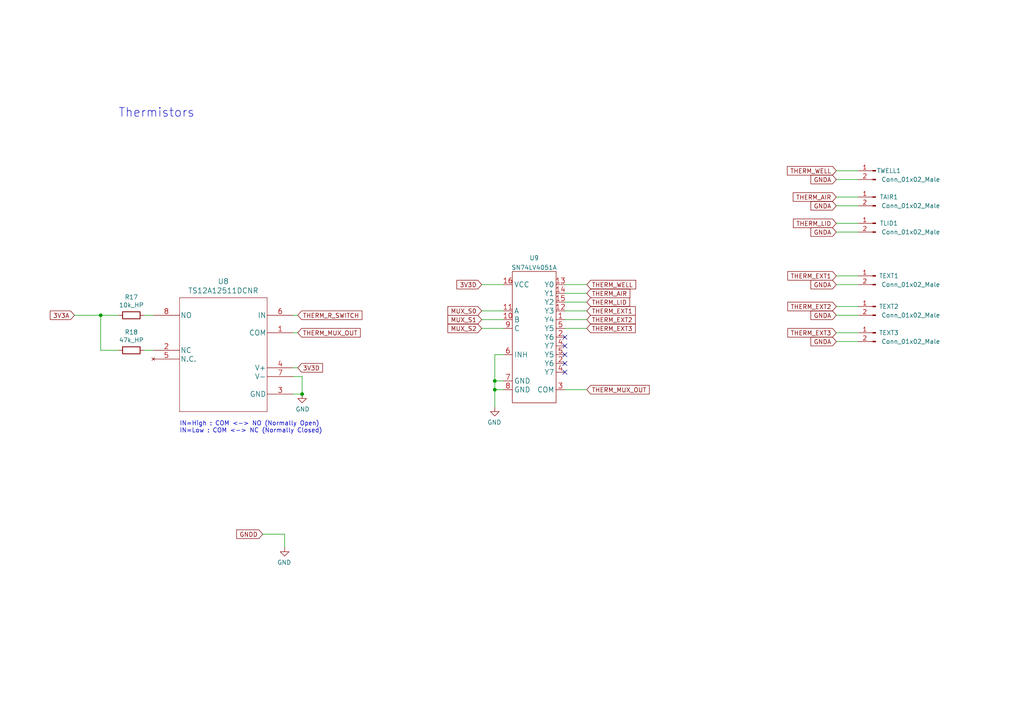
<source format=kicad_sch>
(kicad_sch (version 20211123) (generator eeschema)
  (paper "A4")
  (lib_symbols
    (symbol "Connector:Conn_01x02_Male" (pin_names (offset 1.016) hide)
      (property "Reference" "J" (at 0 2.54 0))
      (property "Value" "Conn_01x02_Male" (at 0 -5.08 0))
      (symbol "Conn_01x02_Male_1_1"
        (polyline (pts (xy 1.27 -2.54) (xy 0.8636 -2.54)) (stroke (width 0.1524)))
        (polyline (pts (xy 1.27 0) (xy 0.8636 0)) (stroke (width 0.1524)))
        (rectangle (start 0.8636 -2.413) (end 0 -2.667) (stroke (width 0.1524)) (fill (type outline)))
        (rectangle (start 0.8636 0.127) (end 0 -0.127) (stroke (width 0.1524)) (fill (type outline)))
        (pin passive line (at 5.08 0 180) (length 3.81) (name "Pin_1") (number "1"))
        (pin passive line (at 5.08 -2.54 180) (length 3.81) (name "Pin_2") (number "2"))
      )
    )
    (symbol "Device:R" (pin_numbers hide) (pin_names (offset 0))
      (property "Reference" "R" (at 2.032 0 90))
      (property "Value" "R" (at 0 0 90))
      (symbol "R_0_1"
        (rectangle (start -1.016 -2.54) (end 1.016 2.54) (stroke (width 0.254)))
      )
      (symbol "R_1_1"
        (pin passive line (at 0 3.81 270) (length 1.27) (name "~") (number "1"))
        (pin passive line (at 0 -3.81 90) (length 1.27) (name "~") (number "2"))
      )
    )
    (symbol "Ninja-qPCR:SN74LV4051A"
      (property "Reference" "U" (at -6.35 5.08 0))
      (property "Value" "SN74LV4051A" (at -6.35 -35.56 0))
      (symbol "SN74LV4051A_0_1"
        (rectangle (start -12.7 3.81) (end 0 -34.29) (stroke (width 0.1524)))
      )
      (symbol "SN74LV4051A_1_1"
        (pin power_in line (at -15.24 -10.16 0) (length 2.54) (name "Y4") (number "1"))
        (pin power_in line (at 2.54 -10.16 180) (length 2.54) (name "B") (number "10"))
        (pin power_in line (at 2.54 -7.62 180) (length 2.54) (name "A") (number "11"))
        (pin power_in line (at -15.24 -7.62 0) (length 2.54) (name "Y3") (number "12"))
        (pin power_in line (at -15.24 0 0) (length 2.54) (name "Y0") (number "13"))
        (pin power_in line (at -15.24 -2.54 0) (length 2.54) (name "Y1") (number "14"))
        (pin power_in line (at -15.24 -5.08 0) (length 2.54) (name "Y2") (number "15"))
        (pin power_in line (at 2.54 0 180) (length 2.54) (name "VCC") (number "16"))
        (pin power_in line (at -15.24 -22.86 0) (length 2.54) (name "Y6") (number "2"))
        (pin power_in line (at -15.24 -15.24 0) (length 2.54) (name "Y6") (number "2"))
        (pin power_in line (at -15.24 -30.48 0) (length 2.54) (name "COM") (number "3"))
        (pin power_in line (at -15.24 -25.4 0) (length 2.54) (name "Y7") (number "4"))
        (pin power_in line (at -15.24 -17.78 0) (length 2.54) (name "Y7") (number "4"))
        (pin power_in line (at -15.24 -20.32 0) (length 2.54) (name "Y5") (number "5"))
        (pin power_in line (at -15.24 -12.7 0) (length 2.54) (name "Y5") (number "5"))
        (pin power_in line (at 2.54 -20.32 180) (length 2.54) (name "INH") (number "6"))
        (pin power_in line (at 2.54 -27.94 180) (length 2.54) (name "GND") (number "7"))
        (pin power_in line (at 2.54 -30.48 180) (length 2.54) (name "GND") (number "8"))
        (pin power_in line (at 2.54 -12.7 180) (length 2.54) (name "C") (number "9"))
      )
    )
    (symbol "Ninja-qPCR:TS12A12511DCNR" (pin_names (offset 0.254))
      (property "Reference" "U" (at 20.32 10.16 0))
      (property "Value" "Ninja-qPCR_TS12A12511DCNR" (at 20.32 7.62 0))
      (symbol "TS12A12511DCNR_1_1"
        (polyline (pts (xy 7.62 -27.94) (xy 33.02 -27.94)) (stroke (width 0.127)))
        (polyline (pts (xy 7.62 5.08) (xy 7.62 -27.94)) (stroke (width 0.127)))
        (polyline (pts (xy 33.02 -27.94) (xy 33.02 5.08)) (stroke (width 0.127)))
        (polyline (pts (xy 33.02 5.08) (xy 7.62 5.08)) (stroke (width 0.127)))
        (pin bidirectional line (at 0 -5.08 0) (length 7.62) (name "COM") (number "1"))
        (pin output line (at 40.64 -10.16 180) (length 7.62) (name "NC") (number "2"))
        (pin power_in line (at 0 -22.86 0) (length 7.62) (name "GND") (number "3"))
        (pin power_in line (at 0 -15.24 0) (length 7.62) (name "V+") (number "4"))
        (pin no_connect line (at 40.64 -12.7 180) (length 7.62) (name "N.C.") (number "5"))
        (pin input line (at 0 0 0) (length 7.62) (name "IN") (number "6"))
        (pin power_in line (at 0 -17.78 0) (length 7.62) (name "V-") (number "7"))
        (pin output line (at 40.64 0 180) (length 7.62) (name "NO") (number "8"))
      )
    )
    (symbol "power:GND" (power) (pin_names (offset 0))
      (property "Value" "GND" (at 0 -3.81 0))
      (symbol "GND_0_1"
        (polyline (pts (xy 0 0) (xy 0 -1.27) (xy 1.27 -1.27) (xy 0 -2.54) (xy -1.27 -1.27) (xy 0 -1.27)))
      )
      (symbol "GND_1_1"
        (pin power_in line (at 0 0 270) (length 0) hide (name "GND") (number "1"))
      )
    )
  )
  (junction (at 29.21 91.44))
  (junction (at 143.51 113.03))
  (junction (at 87.63 114.3))
  (junction (at 143.51 110.49))
  (no_connect (at 163.83 97.79))
  (no_connect (at 163.83 100.33))
  (no_connect (at 163.83 102.87))
  (no_connect (at 163.83 105.41))
  (no_connect (at 163.83 107.95))
  (wire (pts (xy 34.29 101.6) (xy 29.21 101.6)))
  (wire (pts (xy 242.57 49.53) (xy 248.92 49.53)))
  (wire (pts (xy 248.92 82.55) (xy 242.57 82.55)))
  (wire (pts (xy 143.51 113.03) (xy 143.51 118.11)))
  (wire (pts (xy 242.57 64.77) (xy 248.92 64.77)))
  (wire (pts (xy 242.57 96.52) (xy 248.92 96.52)))
  (wire (pts (xy 248.92 67.31) (xy 242.57 67.31)))
  (wire (pts (xy 163.83 85.09) (xy 170.18 85.09)))
  (wire (pts (xy 242.57 80.01) (xy 248.92 80.01)))
  (wire (pts (xy 143.51 102.87) (xy 143.51 110.49)))
  (wire (pts (xy 242.57 88.9) (xy 248.92 88.9)))
  (wire (pts (xy 146.05 92.71) (xy 139.7 92.71)))
  (wire (pts (xy 242.57 91.44) (xy 248.92 91.44)))
  (wire (pts (xy 21.59 91.44) (xy 29.21 91.44)))
  (wire (pts (xy 163.83 82.55) (xy 170.18 82.55)))
  (wire (pts (xy 76.2 154.94) (xy 82.55 154.94)))
  (wire (pts (xy 143.51 113.03) (xy 146.05 113.03)))
  (wire (pts (xy 87.63 109.22) (xy 87.63 114.3)))
  (wire (pts (xy 85.09 96.52) (xy 86.36 96.52)))
  (wire (pts (xy 163.83 90.17) (xy 170.18 90.17)))
  (wire (pts (xy 87.63 114.3) (xy 85.09 114.3)))
  (wire (pts (xy 139.7 82.55) (xy 146.05 82.55)))
  (wire (pts (xy 85.09 109.22) (xy 87.63 109.22)))
  (wire (pts (xy 44.45 91.44) (xy 41.91 91.44)))
  (wire (pts (xy 146.05 95.25) (xy 139.7 95.25)))
  (wire (pts (xy 143.51 110.49) (xy 146.05 110.49)))
  (wire (pts (xy 146.05 90.17) (xy 139.7 90.17)))
  (wire (pts (xy 242.57 52.07) (xy 248.92 52.07)))
  (wire (pts (xy 163.83 92.71) (xy 170.18 92.71)))
  (wire (pts (xy 163.83 95.25) (xy 170.18 95.25)))
  (wire (pts (xy 29.21 91.44) (xy 34.29 91.44)))
  (wire (pts (xy 248.92 59.69) (xy 242.57 59.69)))
  (wire (pts (xy 242.57 99.06) (xy 248.92 99.06)))
  (wire (pts (xy 82.55 154.94) (xy 82.55 158.75)))
  (wire (pts (xy 143.51 110.49) (xy 143.51 113.03)))
  (wire (pts (xy 86.36 91.44) (xy 85.09 91.44)))
  (wire (pts (xy 163.83 87.63) (xy 170.18 87.63)))
  (wire (pts (xy 248.92 57.15) (xy 242.57 57.15)))
  (wire (pts (xy 41.91 101.6) (xy 44.45 101.6)))
  (wire (pts (xy 85.09 106.68) (xy 86.36 106.68)))
  (wire (pts (xy 163.83 113.03) (xy 170.18 113.03)))
  (wire (pts (xy 146.05 102.87) (xy 143.51 102.87)))
  (wire (pts (xy 29.21 101.6) (xy 29.21 91.44)))
  (text "IN=High : COM <-> NO (Normally Open)\nIN=Low : COM <-> NC (Normally Closed)" (at 52.07 125.73 0) (effects (font (size 1.27 1.27)) (justify left bottom)))
  (text "Thermistors" (at 34.29 34.29 0) (effects (font (size 2.54 2.54)) (justify left bottom)))
  (global_label "THERM_EXT2" (shape input) (at 242.57 88.9 180) (property "Intersheet References" "${INTERSHEET_REFS}" (effects hide)))
  (global_label "GNDA" (shape input) (at 242.57 59.69 180) (property "Intersheet References" "${INTERSHEET_REFS}" (effects hide)))
  (global_label "THERM_LID" (shape input) (at 170.18 87.63 0) (property "Intersheet References" "${INTERSHEET_REFS}" (effects hide)))
  (global_label "3V3D" (shape input) (at 139.7 82.55 180) (property "Intersheet References" "${INTERSHEET_REFS}" (effects hide)))
  (global_label "THERM_EXT1" (shape input) (at 242.57 80.01 180) (property "Intersheet References" "${INTERSHEET_REFS}" (effects hide)))
  (global_label "THERM_EXT1" (shape input) (at 170.18 90.17 0) (property "Intersheet References" "${INTERSHEET_REFS}" (effects hide)))
  (global_label "MUX_S1" (shape input) (at 139.7 92.71 180) (property "Intersheet References" "${INTERSHEET_REFS}" (effects hide)))
  (global_label "GNDA" (shape input) (at 242.57 82.55 180) (property "Intersheet References" "${INTERSHEET_REFS}" (effects hide)))
  (global_label "3V3D" (shape input) (at 86.36 106.68 0) (property "Intersheet References" "${INTERSHEET_REFS}" (effects hide)))
  (global_label "THERM_WELL" (shape input) (at 170.18 82.55 0) (property "Intersheet References" "${INTERSHEET_REFS}" (effects hide)))
  (global_label "THERM_MUX_OUT" (shape input) (at 86.36 96.52 0) (property "Intersheet References" "${INTERSHEET_REFS}" (effects hide)))
  (global_label "MUX_S2" (shape input) (at 139.7 95.25 180) (property "Intersheet References" "${INTERSHEET_REFS}" (effects hide)))
  (global_label "THERM_EXT3" (shape input) (at 170.18 95.25 0) (property "Intersheet References" "${INTERSHEET_REFS}" (effects hide)))
  (global_label "THERM_AIR" (shape input) (at 170.18 85.09 0) (property "Intersheet References" "${INTERSHEET_REFS}" (effects hide)))
  (global_label "GNDA" (shape input) (at 242.57 99.06 180) (property "Intersheet References" "${INTERSHEET_REFS}" (effects hide)))
  (global_label "THERM_EXT2" (shape input) (at 170.18 92.71 0) (property "Intersheet References" "${INTERSHEET_REFS}" (effects hide)))
  (global_label "THERM_MUX_OUT" (shape input) (at 170.18 113.03 0) (property "Intersheet References" "${INTERSHEET_REFS}" (effects hide)))
  (global_label "THERM_AIR" (shape input) (at 242.57 57.15 180) (property "Intersheet References" "${INTERSHEET_REFS}" (effects hide)))
  (global_label "THERM_LID" (shape input) (at 242.57 64.77 180) (property "Intersheet References" "${INTERSHEET_REFS}" (effects hide)))
  (global_label "GNDA" (shape input) (at 242.57 91.44 180) (property "Intersheet References" "${INTERSHEET_REFS}" (effects hide)))
  (global_label "THERM_EXT3" (shape input) (at 242.57 96.52 180) (property "Intersheet References" "${INTERSHEET_REFS}" (effects hide)))
  (global_label "3V3A" (shape input) (at 21.59 91.44 180) (property "Intersheet References" "${INTERSHEET_REFS}" (effects hide)))
  (global_label "GNDA" (shape input) (at 242.57 52.07 180) (property "Intersheet References" "${INTERSHEET_REFS}" (effects hide)))
  (global_label "GNDA" (shape input) (at 242.57 67.31 180) (property "Intersheet References" "${INTERSHEET_REFS}" (effects hide)))
  (global_label "THERM_WELL" (shape input) (at 242.57 49.53 180) (property "Intersheet References" "${INTERSHEET_REFS}" (effects hide)))
  (global_label "GNDD" (shape input) (at 76.2 154.94 180) (property "Intersheet References" "${INTERSHEET_REFS}" (effects hide)))
  (global_label "THERM_R_SWITCH" (shape input) (at 86.36 91.44 0) (property "Intersheet References" "${INTERSHEET_REFS}" (effects hide)))
  (global_label "MUX_S0" (shape input) (at 139.7 90.17 180) (property "Intersheet References" "${INTERSHEET_REFS}" (effects hide)))
  (symbol (lib_id "power:GND") (at 82.55 158.75 0) (mirror y) (unit 1)
    (property "Reference" "#PWR011" (effects hide))
    (property "Value" "GND" (at 82.423 163.1442 0))
  )
  (symbol (lib_id "Ninja-qPCR:TS12A12511DCNR") (at 85.09 91.44 0) (mirror y) (unit 1)
    (property "Reference" "U8" (at 64.77 81.6102 0) (effects (font (size 1.524 1.524))))
    (property "Value" "TS12A12511DCNR" (at 64.77 84.3026 0) (effects (font (size 1.524 1.524))))
    (property "Footprint" "Package_TO_SOT_SMD:SOT-23-8" (effects hide))
  )
  (symbol (lib_id "power:GND") (at 87.63 114.3 0) (unit 1)
    (property "Reference" "#PWR09" (effects hide))
    (property "Value" "GND" (at 87.757 118.6942 0))
  )
  (symbol (lib_id "Device:R") (at 38.1 101.6 90) (mirror x) (unit 1)
    (property "Reference" "R18" (at 38.1 96.3422 90))
    (property "Value" "47k_HP" (at 38.1 98.6536 90))
    (property "Footprint" "Resistor_SMD:R_0603_1608Metric" (effects hide))
  )
  (symbol (lib_id "Device:R") (at 38.1 91.44 90) (mirror x) (unit 1)
    (property "Reference" "R17" (at 38.1 86.1822 90))
    (property "Value" "10k_HP" (at 38.1 88.4936 90))
    (property "Footprint" "Resistor_SMD:R_0603_1608Metric" (effects hide))
  )
  (symbol (lib_id "Connector:Conn_01x02_Male") (at 254 80.01 0) (mirror y) (unit 1)
    (property "Reference" "TEXT1" (at 257.81 80.01 0))
    (property "Value" "Conn_01x02_Male" (at 264.16 82.55 0))
    (property "Footprint" "Connector_PinHeader_2.54mm:PinHeader_1x02_P2.54mm_Vertical" (effects hide))
  )
  (symbol (lib_id "Connector:Conn_01x02_Male") (at 254 64.77 0) (mirror y) (unit 1)
    (property "Reference" "TLID1" (at 257.81 64.77 0))
    (property "Value" "Conn_01x02_Male" (at 264.16 67.31 0))
    (property "Footprint" "Connector_PinHeader_2.54mm:PinHeader_1x02_P2.54mm_Vertical" (effects hide))
  )
  (symbol (lib_id "Connector:Conn_01x02_Male") (at 254 88.9 0) (mirror y) (unit 1)
    (property "Reference" "TEXT2" (at 257.81 88.9 0))
    (property "Value" "Conn_01x02_Male" (at 264.16 91.44 0))
    (property "Footprint" "Connector_PinHeader_2.54mm:PinHeader_1x02_P2.54mm_Vertical" (effects hide))
  )
  (symbol (lib_id "Connector:Conn_01x02_Male") (at 254 57.15 0) (mirror y) (unit 1)
    (property "Reference" "TAIR1" (at 257.81 57.15 0))
    (property "Value" "Conn_01x02_Male" (at 264.16 59.69 0))
    (property "Footprint" "Connector_PinHeader_2.54mm:PinHeader_1x02_P2.54mm_Vertical" (effects hide))
  )
  (symbol (lib_id "Connector:Conn_01x02_Male") (at 254 49.53 0) (mirror y) (unit 1)
    (property "Reference" "TWELL1" (at 257.81 49.53 0))
    (property "Value" "Conn_01x02_Male" (at 264.16 52.07 0))
    (property "Footprint" "Connector_PinHeader_2.54mm:PinHeader_1x02_P2.54mm_Vertical" (effects hide))
  )
  (symbol (lib_id "Connector:Conn_01x02_Male") (at 254 96.52 0) (mirror y) (unit 1)
    (property "Reference" "TEXT3" (at 257.81 96.52 0))
    (property "Value" "Conn_01x02_Male" (at 264.16 99.06 0))
    (property "Footprint" "Connector_PinHeader_2.54mm:PinHeader_1x02_P2.54mm_Vertical" (effects hide))
  )
  (symbol (lib_id "power:GND") (at 143.51 118.11 0) (mirror y) (unit 1)
    (property "Reference" "#PWR0117" (effects hide))
    (property "Value" "GND" (at 143.383 122.5042 0))
  )
  (symbol (lib_id "Ninja-qPCR:SN74LV4051A") (at 148.59 82.55 0) (mirror y) (unit 1)
    (property "Reference" "U9" (at 154.94 74.8243 0))
    (property "Value" "SN74LV4051A" (at 154.94 77.5994 0))
    (property "Footprint" "Package_SO:SOIC-16_3.9x9.9mm_P1.27mm" (effects hide))
  )
)
</source>
